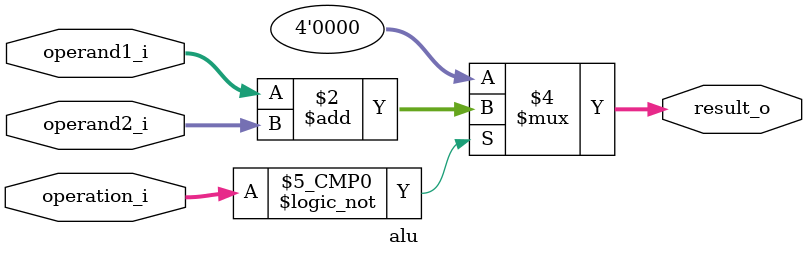
<source format=v>
module alu (
    input       [1:0] operation_i,
    input       [3:0] operand1_i,
    input       [3:0] operand2_i,
    
    output reg  [3:0] result_o
);

localparam ADD_OP   =  2'b00;
localparam SUB_OP   =  2'b01;
localparam OR_OP    =  2'b10;
localparam AND_OP   =  2'b11;

always @* begin

    case (operation_i)
        ADD_OP  : result_o = operand1_i + operand2_i;
        
        default: result_o = 4'h0;
    endcase
   
end

endmodule
</source>
